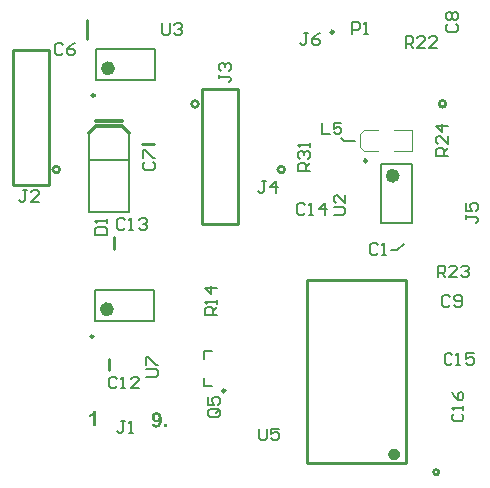
<source format=gto>
%FSLAX24Y24*%
%MOIN*%
G70*
G01*
G75*
G04 Layer_Color=16777215*
%ADD10C,0.0079*%
%ADD11C,0.0276*%
%ADD12R,0.0276X0.0394*%
%ADD13R,0.0236X0.0886*%
%ADD14R,0.0591X0.0295*%
%ADD15R,0.0295X0.0591*%
%ADD16R,0.0354X0.0315*%
%ADD17R,0.0492X0.0433*%
%ADD18R,0.0906X0.0906*%
%ADD19R,0.0354X0.0315*%
%ADD20R,0.0315X0.0354*%
%ADD21R,0.0236X0.0197*%
%ADD22R,0.0394X0.0276*%
%ADD23R,0.0315X0.0630*%
%ADD24R,0.0846X0.0335*%
%ADD25C,0.0335*%
%ADD26R,0.0335X0.0846*%
%ADD27R,0.0886X0.0236*%
%ADD28R,0.0299X0.0945*%
%ADD29C,0.0138*%
%ADD30C,0.0100*%
%ADD31C,0.0118*%
%ADD32C,0.0098*%
%ADD33O,0.0669X0.1181*%
%ADD34R,0.0380X0.0380*%
%ADD35C,0.0380*%
%ADD36C,0.0380*%
%ADD37R,0.0630X0.0315*%
%ADD38R,0.0906X0.0236*%
%ADD39R,0.0630X0.1063*%
%ADD40R,0.0358X0.0480*%
%ADD41R,0.0480X0.0358*%
%ADD42R,0.0118X0.0295*%
%ADD43R,0.2165X0.0827*%
%ADD44C,0.0236*%
%ADD45C,0.0394*%
%ADD46C,0.0039*%
%ADD47C,0.0063*%
G36*
X5319Y1732D02*
X5222D01*
Y1829D01*
X5319D01*
Y1732D01*
D02*
G37*
G36*
X2938Y1772D02*
X2842D01*
Y2136D01*
X2841Y2135D01*
X2839Y2133D01*
X2836Y2131D01*
X2833Y2127D01*
X2827Y2123D01*
X2821Y2119D01*
X2814Y2113D01*
X2806Y2108D01*
X2797Y2102D01*
X2787Y2096D01*
X2766Y2084D01*
X2743Y2073D01*
X2717Y2063D01*
Y2150D01*
X2717D01*
X2718Y2151D01*
X2720Y2152D01*
X2723Y2153D01*
X2731Y2156D01*
X2741Y2161D01*
X2753Y2167D01*
X2767Y2176D01*
X2783Y2185D01*
X2799Y2197D01*
X2799Y2198D01*
X2801Y2199D01*
X2803Y2201D01*
X2806Y2203D01*
X2813Y2210D01*
X2823Y2220D01*
X2833Y2232D01*
X2843Y2246D01*
X2852Y2261D01*
X2859Y2278D01*
X2938D01*
Y1772D01*
D02*
G37*
G36*
X4977Y2238D02*
X4984Y2237D01*
X4991Y2235D01*
X5000Y2233D01*
X5009Y2231D01*
X5019Y2228D01*
X5029Y2224D01*
X5040Y2219D01*
X5050Y2213D01*
X5060Y2206D01*
X5071Y2198D01*
X5081Y2189D01*
X5090Y2178D01*
X5091Y2178D01*
X5093Y2175D01*
X5095Y2172D01*
X5098Y2167D01*
X5102Y2161D01*
X5106Y2152D01*
X5110Y2143D01*
X5115Y2132D01*
X5120Y2119D01*
X5124Y2105D01*
X5128Y2089D01*
X5132Y2071D01*
X5135Y2052D01*
X5137Y2031D01*
X5139Y2008D01*
X5140Y1983D01*
Y1982D01*
Y1977D01*
Y1970D01*
X5139Y1961D01*
X5138Y1950D01*
X5136Y1937D01*
X5135Y1922D01*
X5133Y1907D01*
X5127Y1874D01*
X5123Y1857D01*
X5118Y1841D01*
X5112Y1825D01*
X5105Y1810D01*
X5097Y1796D01*
X5088Y1784D01*
X5087Y1783D01*
X5086Y1781D01*
X5083Y1778D01*
X5079Y1775D01*
X5073Y1770D01*
X5067Y1765D01*
X5060Y1759D01*
X5052Y1754D01*
X5043Y1748D01*
X5033Y1742D01*
X5022Y1737D01*
X5011Y1732D01*
X4997Y1728D01*
X4984Y1725D01*
X4970Y1724D01*
X4955Y1723D01*
X4950D01*
X4945Y1724D01*
X4941D01*
X4934Y1725D01*
X4921Y1727D01*
X4906Y1731D01*
X4890Y1736D01*
X4874Y1744D01*
X4859Y1755D01*
Y1755D01*
X4858Y1756D01*
X4853Y1761D01*
X4847Y1768D01*
X4840Y1778D01*
X4832Y1791D01*
X4825Y1808D01*
X4818Y1827D01*
X4813Y1848D01*
X4907Y1859D01*
Y1857D01*
X4908Y1854D01*
X4908Y1849D01*
X4910Y1843D01*
X4912Y1836D01*
X4915Y1828D01*
X4919Y1822D01*
X4924Y1816D01*
X4924Y1815D01*
X4926Y1814D01*
X4930Y1812D01*
X4934Y1810D01*
X4940Y1807D01*
X4946Y1805D01*
X4954Y1804D01*
X4962Y1803D01*
X4964D01*
X4967Y1804D01*
X4973Y1804D01*
X4980Y1806D01*
X4987Y1810D01*
X4996Y1814D01*
X5004Y1821D01*
X5013Y1830D01*
X5014Y1831D01*
X5015Y1833D01*
X5016Y1835D01*
X5018Y1839D01*
X5020Y1843D01*
X5022Y1848D01*
X5024Y1854D01*
X5026Y1862D01*
X5028Y1870D01*
X5030Y1879D01*
X5033Y1890D01*
X5035Y1901D01*
X5037Y1914D01*
X5038Y1929D01*
X5040Y1944D01*
X5039Y1943D01*
X5038Y1943D01*
X5036Y1940D01*
X5033Y1937D01*
X5025Y1931D01*
X5014Y1924D01*
X5001Y1915D01*
X4986Y1909D01*
X4968Y1904D01*
X4958Y1903D01*
X4948Y1902D01*
X4943D01*
X4938Y1903D01*
X4933Y1904D01*
X4928Y1904D01*
X4914Y1907D01*
X4898Y1913D01*
X4889Y1917D01*
X4880Y1921D01*
X4872Y1927D01*
X4863Y1933D01*
X4855Y1940D01*
X4846Y1947D01*
X4845Y1948D01*
X4845Y1950D01*
X4842Y1952D01*
X4839Y1956D01*
X4836Y1960D01*
X4832Y1966D01*
X4828Y1972D01*
X4825Y1980D01*
X4821Y1988D01*
X4817Y1996D01*
X4813Y2006D01*
X4810Y2017D01*
X4805Y2041D01*
X4804Y2053D01*
X4803Y2067D01*
Y2068D01*
Y2070D01*
Y2075D01*
X4804Y2080D01*
X4805Y2086D01*
X4805Y2094D01*
X4807Y2102D01*
X4809Y2112D01*
X4814Y2131D01*
X4818Y2142D01*
X4822Y2152D01*
X4828Y2162D01*
X4834Y2172D01*
X4841Y2182D01*
X4848Y2191D01*
X4849Y2192D01*
X4851Y2193D01*
X4853Y2195D01*
X4857Y2198D01*
X4862Y2202D01*
X4867Y2206D01*
X4873Y2210D01*
X4880Y2215D01*
X4888Y2219D01*
X4897Y2223D01*
X4906Y2228D01*
X4917Y2231D01*
X4928Y2234D01*
X4939Y2236D01*
X4951Y2238D01*
X4964Y2238D01*
X4972D01*
X4977Y2238D01*
D02*
G37*
%LPC*%
G36*
X4960Y2159D02*
X4955D01*
X4951Y2158D01*
X4944Y2156D01*
X4937Y2153D01*
X4930Y2149D01*
X4922Y2144D01*
X4915Y2137D01*
X4915Y2136D01*
X4913Y2133D01*
X4910Y2128D01*
X4907Y2120D01*
X4904Y2111D01*
X4901Y2099D01*
X4899Y2084D01*
X4898Y2067D01*
Y2066D01*
Y2065D01*
Y2063D01*
Y2059D01*
X4899Y2050D01*
X4901Y2039D01*
X4903Y2028D01*
X4906Y2016D01*
X4911Y2005D01*
X4917Y1995D01*
X4918Y1994D01*
X4921Y1992D01*
X4924Y1988D01*
X4930Y1984D01*
X4937Y1980D01*
X4945Y1977D01*
X4954Y1973D01*
X4965Y1973D01*
X4970D01*
X4975Y1974D01*
X4981Y1976D01*
X4989Y1978D01*
X4997Y1982D01*
X5004Y1987D01*
X5012Y1994D01*
X5013Y1995D01*
X5015Y1998D01*
X5018Y2003D01*
X5022Y2011D01*
X5025Y2020D01*
X5028Y2031D01*
X5030Y2044D01*
X5031Y2059D01*
Y2060D01*
Y2062D01*
Y2064D01*
Y2067D01*
X5030Y2076D01*
X5029Y2086D01*
X5026Y2098D01*
X5022Y2110D01*
X5017Y2122D01*
X5010Y2132D01*
X5009Y2133D01*
X5006Y2136D01*
X5001Y2141D01*
X4995Y2145D01*
X4988Y2150D01*
X4980Y2155D01*
X4970Y2158D01*
X4960Y2159D01*
D02*
G37*
%LPD*%
D10*
X11220Y11260D02*
X11575D01*
X11102Y11378D02*
X11220Y11260D01*
X12992Y7638D02*
X13209Y7854D01*
X12795Y7638D02*
X12992D01*
X2953Y13307D02*
Y14331D01*
X4921D01*
X2953Y13307D02*
X4921D01*
Y14331D01*
X6535Y3110D02*
Y3386D01*
Y3110D02*
X6811D01*
X6535Y4016D02*
Y4291D01*
X6811D01*
X2726Y8907D02*
Y11555D01*
Y8907D02*
X4045D01*
X2726Y10630D02*
X4045D01*
Y8907D02*
Y11555D01*
X12441Y8543D02*
Y10512D01*
X13465Y8543D02*
Y10512D01*
X12441Y8543D02*
X13465D01*
X12441Y10512D02*
X13465D01*
X2913Y5276D02*
Y6299D01*
X4882D01*
X2913Y5276D02*
X4882D01*
Y6299D01*
D30*
X9236Y10321D02*
G03*
X9236Y10321I-112J0D01*
G01*
X6362Y12513D02*
G03*
X6362Y12513I-112J0D01*
G01*
X1736Y10321D02*
G03*
X1736Y10321I-112J0D01*
G01*
X14379Y236D02*
G03*
X14379Y236I-88J0D01*
G01*
X14610Y12513D02*
G03*
X14610Y12513I-112J0D01*
G01*
X10866Y14911D02*
G03*
X10866Y14911I-49J0D01*
G01*
X3553Y7687D02*
Y8071D01*
X6487Y8516D02*
Y13024D01*
Y8516D02*
X7687D01*
X6487Y13024D02*
X7587D01*
X7687Y8516D02*
Y13024D01*
X7587D02*
X7687D01*
X187Y9811D02*
X287D01*
X187D02*
Y14319D01*
X287Y9811D02*
X1387D01*
X187Y14319D02*
X1387D01*
Y9811D02*
Y14319D01*
X3365Y3632D02*
Y4016D01*
X4488Y11191D02*
X4872D01*
X2638Y14686D02*
Y15306D01*
X9970Y541D02*
X9980Y531D01*
X9970Y541D02*
Y6654D01*
X13268D01*
X9980Y531D02*
X13268D01*
Y6654D01*
D31*
X2726Y11555D02*
X2953Y11782D01*
X3819D01*
X2953Y11929D02*
X3819D01*
Y11782D02*
X4045Y11555D01*
D32*
X2902Y12795D02*
G03*
X2902Y12795I-49J0D01*
G01*
X7254Y2953D02*
G03*
X7254Y2953I-49J0D01*
G01*
X11978Y10612D02*
G03*
X11978Y10612I-49J0D01*
G01*
X2862Y4764D02*
G03*
X2862Y4764I-49J0D01*
G01*
D44*
X3465Y13701D02*
G03*
X3465Y13701I-118J0D01*
G01*
X12953Y10118D02*
G03*
X12953Y10118I-118J0D01*
G01*
X3425Y5669D02*
G03*
X3425Y5669I-118J0D01*
G01*
D45*
X12888Y827D02*
G03*
X12888Y827I-2J0D01*
G01*
D46*
X11752Y11073D02*
X11880Y10945D01*
X12343D01*
X11752Y11073D02*
X11880Y10945D01*
X11752Y11073D02*
Y11516D01*
X11890Y11654D01*
X11762Y11526D02*
X11890Y11654D01*
X12343D01*
X12894Y10945D02*
X13484D01*
Y11654D01*
X12894D02*
X13484D01*
D47*
X3924Y1929D02*
X3793D01*
X3858D01*
Y1601D01*
X3793Y1535D01*
X3727D01*
X3661Y1601D01*
X4055Y1535D02*
X4186D01*
X4121D01*
Y1929D01*
X4055Y1863D01*
X3924Y8635D02*
X3858Y8701D01*
X3727D01*
X3661Y8635D01*
Y8373D01*
X3727Y8307D01*
X3858D01*
X3924Y8373D01*
X4055Y8307D02*
X4186D01*
X4121D01*
Y8701D01*
X4055Y8635D01*
X4383D02*
X4449Y8701D01*
X4580D01*
X4645Y8635D01*
Y8569D01*
X4580Y8504D01*
X4514D01*
X4580D01*
X4645Y8438D01*
Y8373D01*
X4580Y8307D01*
X4449D01*
X4383Y8373D01*
X5157Y15197D02*
Y14869D01*
X5223Y14803D01*
X5354D01*
X5420Y14869D01*
Y15197D01*
X5551Y15131D02*
X5617Y15197D01*
X5748D01*
X5813Y15131D01*
Y15066D01*
X5748Y15000D01*
X5682D01*
X5748D01*
X5813Y14934D01*
Y14869D01*
X5748Y14803D01*
X5617D01*
X5551Y14869D01*
X10079Y10276D02*
X9685D01*
Y10472D01*
X9751Y10538D01*
X9882D01*
X9948Y10472D01*
Y10276D01*
Y10407D02*
X10079Y10538D01*
X9751Y10669D02*
X9685Y10735D01*
Y10866D01*
X9751Y10932D01*
X9816D01*
X9882Y10866D01*
Y10800D01*
Y10866D01*
X9948Y10932D01*
X10013D01*
X10079Y10866D01*
Y10735D01*
X10013Y10669D01*
X10079Y11063D02*
Y11194D01*
Y11128D01*
X9685D01*
X9751Y11063D01*
X14685Y10787D02*
X14291D01*
Y10984D01*
X14357Y11050D01*
X14488D01*
X14554Y10984D01*
Y10787D01*
Y10919D02*
X14685Y11050D01*
Y11443D02*
Y11181D01*
X14423Y11443D01*
X14357D01*
X14291Y11378D01*
Y11247D01*
X14357Y11181D01*
X14685Y11771D02*
X14291D01*
X14488Y11575D01*
Y11837D01*
X14334Y6732D02*
Y7126D01*
X14531D01*
X14597Y7060D01*
Y6929D01*
X14531Y6863D01*
X14334D01*
X14466D02*
X14597Y6732D01*
X14990D02*
X14728D01*
X14990Y6995D01*
Y7060D01*
X14925Y7126D01*
X14793D01*
X14728Y7060D01*
X15121D02*
X15187Y7126D01*
X15318D01*
X15384Y7060D01*
Y6995D01*
X15318Y6929D01*
X15253D01*
X15318D01*
X15384Y6863D01*
Y6798D01*
X15318Y6732D01*
X15187D01*
X15121Y6798D01*
X13268Y14370D02*
Y14764D01*
X13464D01*
X13530Y14698D01*
Y14567D01*
X13464Y14501D01*
X13268D01*
X13399D02*
X13530Y14370D01*
X13924D02*
X13661D01*
X13924Y14632D01*
Y14698D01*
X13858Y14764D01*
X13727D01*
X13661Y14698D01*
X14317Y14370D02*
X14055D01*
X14317Y14632D01*
Y14698D01*
X14252Y14764D01*
X14120D01*
X14055Y14698D01*
X6969Y5465D02*
X6575D01*
Y5662D01*
X6641Y5728D01*
X6772D01*
X6837Y5662D01*
Y5465D01*
Y5596D02*
X6969Y5728D01*
Y5859D02*
Y5990D01*
Y5924D01*
X6575D01*
X6641Y5859D01*
X6969Y6384D02*
X6575D01*
X6772Y6187D01*
Y6449D01*
X7021Y2338D02*
X6759D01*
X6693Y2272D01*
Y2141D01*
X6759Y2076D01*
X7021D01*
X7087Y2141D01*
Y2272D01*
X6955Y2207D02*
X7087Y2338D01*
Y2272D02*
X7021Y2338D01*
X6693Y2732D02*
Y2469D01*
X6890D01*
X6824Y2600D01*
Y2666D01*
X6890Y2732D01*
X7021D01*
X7087Y2666D01*
Y2535D01*
X7021Y2469D01*
X10472Y11890D02*
Y11496D01*
X10735D01*
X11128Y11890D02*
X10866D01*
Y11693D01*
X10997Y11758D01*
X11063D01*
X11128Y11693D01*
Y11562D01*
X11063Y11496D01*
X10932D01*
X10866Y11562D01*
X8609Y9940D02*
X8478D01*
X8543D01*
Y9612D01*
X8478Y9547D01*
X8412D01*
X8346Y9612D01*
X8937Y9547D02*
Y9940D01*
X8740Y9743D01*
X9002D01*
X7047Y13491D02*
Y13360D01*
Y13425D01*
X7375D01*
X7441Y13360D01*
Y13294D01*
X7375Y13228D01*
X7113Y13622D02*
X7047Y13688D01*
Y13819D01*
X7113Y13884D01*
X7179D01*
X7244Y13819D01*
Y13753D01*
Y13819D01*
X7310Y13884D01*
X7375D01*
X7441Y13819D01*
Y13688D01*
X7375Y13622D01*
X656Y9646D02*
X525D01*
X590D01*
Y9318D01*
X525Y9252D01*
X459D01*
X394Y9318D01*
X1050Y9252D02*
X787D01*
X1050Y9514D01*
Y9580D01*
X984Y9646D01*
X853D01*
X787Y9580D01*
X2912Y8150D02*
X3306D01*
Y8346D01*
X3240Y8412D01*
X2978D01*
X2912Y8346D01*
Y8150D01*
X3306Y8543D02*
Y8674D01*
Y8609D01*
X2912D01*
X2978Y8543D01*
X14869Y2192D02*
X14803Y2126D01*
Y1995D01*
X14869Y1929D01*
X15131D01*
X15197Y1995D01*
Y2126D01*
X15131Y2192D01*
X15197Y2323D02*
Y2454D01*
Y2388D01*
X14803D01*
X14869Y2323D01*
X14803Y2913D02*
X14869Y2782D01*
X15000Y2651D01*
X15131D01*
X15197Y2716D01*
Y2847D01*
X15131Y2913D01*
X15066D01*
X15000Y2847D01*
Y2651D01*
X14829Y4147D02*
X14764Y4212D01*
X14633D01*
X14567Y4147D01*
Y3884D01*
X14633Y3819D01*
X14764D01*
X14829Y3884D01*
X14961Y3819D02*
X15092D01*
X15026D01*
Y4212D01*
X14961Y4147D01*
X15551Y4212D02*
X15288D01*
Y4016D01*
X15420Y4081D01*
X15485D01*
X15551Y4016D01*
Y3884D01*
X15485Y3819D01*
X15354D01*
X15288Y3884D01*
X9916Y9147D02*
X9851Y9212D01*
X9720D01*
X9654Y9147D01*
Y8884D01*
X9720Y8819D01*
X9851D01*
X9916Y8884D01*
X10048Y8819D02*
X10179D01*
X10113D01*
Y9212D01*
X10048Y9147D01*
X10572Y8819D02*
Y9212D01*
X10376Y9016D01*
X10638D01*
X3648Y3359D02*
X3583Y3425D01*
X3451D01*
X3386Y3359D01*
Y3097D01*
X3451Y3031D01*
X3583D01*
X3648Y3097D01*
X3779Y3031D02*
X3911D01*
X3845D01*
Y3425D01*
X3779Y3359D01*
X4370Y3031D02*
X4107D01*
X4370Y3294D01*
Y3359D01*
X4304Y3425D01*
X4173D01*
X4107Y3359D01*
X14751Y6076D02*
X14685Y6142D01*
X14554D01*
X14488Y6076D01*
Y5814D01*
X14554Y5748D01*
X14685D01*
X14751Y5814D01*
X14882D02*
X14947Y5748D01*
X15079D01*
X15144Y5814D01*
Y6076D01*
X15079Y6142D01*
X14947D01*
X14882Y6076D01*
Y6010D01*
X14947Y5945D01*
X15144D01*
X14672Y15184D02*
X14606Y15118D01*
Y14987D01*
X14672Y14921D01*
X14934D01*
X15000Y14987D01*
Y15118D01*
X14934Y15184D01*
X14672Y15315D02*
X14606Y15380D01*
Y15512D01*
X14672Y15577D01*
X14738D01*
X14803Y15512D01*
X14869Y15577D01*
X14934D01*
X15000Y15512D01*
Y15380D01*
X14934Y15315D01*
X14869D01*
X14803Y15380D01*
X14738Y15315D01*
X14672D01*
X14803Y15380D02*
Y15512D01*
X4578Y10577D02*
X4512Y10512D01*
Y10381D01*
X4578Y10315D01*
X4840D01*
X4905Y10381D01*
Y10512D01*
X4840Y10577D01*
X4512Y10709D02*
Y10971D01*
X4578D01*
X4840Y10709D01*
X4905D01*
X1837Y14462D02*
X1772Y14527D01*
X1640D01*
X1575Y14462D01*
Y14199D01*
X1640Y14134D01*
X1772D01*
X1837Y14199D01*
X2231Y14527D02*
X2100Y14462D01*
X1968Y14331D01*
Y14199D01*
X2034Y14134D01*
X2165D01*
X2231Y14199D01*
Y14265D01*
X2165Y14331D01*
X1968D01*
X12349Y7808D02*
X12283Y7874D01*
X12152D01*
X12087Y7808D01*
Y7546D01*
X12152Y7480D01*
X12283D01*
X12349Y7546D01*
X12480Y7480D02*
X12611D01*
X12546D01*
Y7874D01*
X12480Y7808D01*
X8386Y1693D02*
Y1365D01*
X8451Y1299D01*
X8583D01*
X8648Y1365D01*
Y1693D01*
X9042D02*
X8779D01*
Y1496D01*
X8911Y1562D01*
X8976D01*
X9042Y1496D01*
Y1365D01*
X8976Y1299D01*
X8845D01*
X8779Y1365D01*
X15276Y8806D02*
Y8674D01*
Y8740D01*
X15604D01*
X15669Y8674D01*
Y8609D01*
X15604Y8543D01*
X15276Y9199D02*
Y8937D01*
X15473D01*
X15407Y9068D01*
Y9134D01*
X15473Y9199D01*
X15604D01*
X15669Y9134D01*
Y9002D01*
X15604Y8937D01*
X10866Y8819D02*
X11194D01*
X11260Y8884D01*
Y9016D01*
X11194Y9081D01*
X10866D01*
X11260Y9475D02*
Y9212D01*
X10997Y9475D01*
X10932D01*
X10866Y9409D01*
Y9278D01*
X10932Y9212D01*
X10026Y14882D02*
X9895D01*
X9961D01*
Y14554D01*
X9895Y14488D01*
X9829D01*
X9764Y14554D01*
X10420Y14882D02*
X10289Y14816D01*
X10157Y14685D01*
Y14554D01*
X10223Y14488D01*
X10354D01*
X10420Y14554D01*
Y14619D01*
X10354Y14685D01*
X10157D01*
X11496Y14843D02*
Y15236D01*
X11693D01*
X11758Y15171D01*
Y15039D01*
X11693Y14974D01*
X11496D01*
X11890Y14843D02*
X12021D01*
X11955D01*
Y15236D01*
X11890Y15171D01*
X4606Y3425D02*
X4934D01*
X5000Y3491D01*
Y3622D01*
X4934Y3688D01*
X4606D01*
Y3819D02*
Y4081D01*
X4672D01*
X4934Y3819D01*
X5000D01*
M02*

</source>
